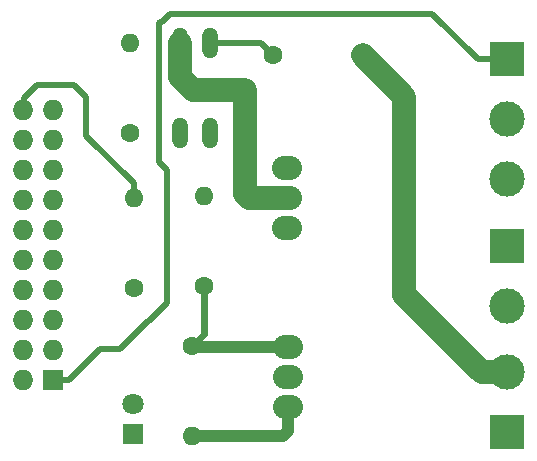
<source format=gbr>
G04 #@! TF.GenerationSoftware,KiCad,Pcbnew,(2017-11-24 revision a01d81e4b)-makepkg*
G04 #@! TF.CreationDate,2018-01-06T21:54:51+07:00*
G04 #@! TF.ProjectId,Motor DC power,4D6F746F7220444320706F7765722E6B,rev?*
G04 #@! TF.SameCoordinates,Original*
G04 #@! TF.FileFunction,Copper,L1,Top,Signal*
G04 #@! TF.FilePolarity,Positive*
%FSLAX46Y46*%
G04 Gerber Fmt 4.6, Leading zero omitted, Abs format (unit mm)*
G04 Created by KiCad (PCBNEW (2017-11-24 revision a01d81e4b)-makepkg) date 01/06/18 21:54:51*
%MOMM*%
%LPD*%
G01*
G04 APERTURE LIST*
%ADD10R,1.727200X1.727200*%
%ADD11O,1.727200X1.727200*%
%ADD12R,1.800000X1.800000*%
%ADD13C,1.800000*%
%ADD14C,1.600000*%
%ADD15O,1.600000X1.600000*%
%ADD16O,2.540000X2.032000*%
%ADD17R,3.000000X3.000000*%
%ADD18C,3.000000*%
%ADD19O,1.320800X2.641600*%
%ADD20C,0.500000*%
%ADD21C,1.000000*%
%ADD22C,0.600000*%
%ADD23C,2.000000*%
G04 APERTURE END LIST*
D10*
X105265000Y-117325000D03*
D11*
X102725000Y-117325000D03*
X105265000Y-114785000D03*
X102725000Y-114785000D03*
X105265000Y-112245000D03*
X102725000Y-112245000D03*
X105265000Y-109705000D03*
X102725000Y-109705000D03*
X105265000Y-107165000D03*
X102725000Y-107165000D03*
X105265000Y-104625000D03*
X102725000Y-104625000D03*
X105265000Y-102085000D03*
X102725000Y-102085000D03*
X105265000Y-99545000D03*
X102725000Y-99545000D03*
X105265000Y-97005000D03*
X102725000Y-97005000D03*
X105265000Y-94465000D03*
X102725000Y-94465000D03*
D12*
X112050000Y-121925000D03*
D13*
X112050000Y-119385000D03*
D14*
X117000000Y-114500000D03*
D15*
X117000000Y-122120000D03*
D16*
X125100000Y-101960000D03*
X125100000Y-104500000D03*
X125100000Y-99420000D03*
D17*
X143700000Y-90190000D03*
D18*
X143700000Y-95270000D03*
X143700000Y-100350000D03*
D17*
X143700000Y-106020000D03*
D18*
X143700000Y-111100000D03*
D17*
X143700000Y-121780000D03*
D18*
X143700000Y-116700000D03*
D16*
X125200000Y-117100000D03*
X125200000Y-119640000D03*
X125200000Y-114560000D03*
D14*
X111750000Y-96450000D03*
D15*
X111750000Y-88830000D03*
D14*
X123900000Y-89875000D03*
D15*
X131520000Y-89875000D03*
D14*
X112100000Y-109570000D03*
D15*
X112100000Y-101950000D03*
D14*
X118025000Y-109425000D03*
D15*
X118025000Y-101805000D03*
D19*
X116005000Y-96460000D03*
X118545000Y-96460000D03*
X118545000Y-88840000D03*
X116005000Y-88840000D03*
D20*
X118545000Y-97120400D02*
X118545000Y-96460000D01*
D21*
X125200000Y-114560000D02*
X117060000Y-114560000D01*
X117060000Y-114560000D02*
X117000000Y-114500000D01*
D22*
X118025000Y-109425000D02*
X118025000Y-113475000D01*
X118025000Y-113475000D02*
X117000000Y-114500000D01*
D20*
X118175000Y-109575000D02*
X118025000Y-109425000D01*
D21*
X125200000Y-119640000D02*
X125200000Y-121656000D01*
X125200000Y-121656000D02*
X124736000Y-122120000D01*
X124736000Y-122120000D02*
X118131370Y-122120000D01*
X118131370Y-122120000D02*
X117000000Y-122120000D01*
D23*
X135000000Y-110121320D02*
X135000000Y-93355000D01*
X135000000Y-93355000D02*
X131520000Y-89875000D01*
X143700000Y-116700000D02*
X141578680Y-116700000D01*
X141578680Y-116700000D02*
X135000000Y-110121320D01*
X125100000Y-101960000D02*
X121830000Y-101960000D01*
X121830000Y-101960000D02*
X121500000Y-101630000D01*
X121500000Y-101630000D02*
X121500000Y-92801684D01*
X121500000Y-92801684D02*
X117122275Y-92801684D01*
X117122275Y-92801684D02*
X116005000Y-91684409D01*
X116005000Y-91684409D02*
X116005000Y-88840000D01*
D20*
X113375001Y-112324999D02*
X114894590Y-110805410D01*
X113350001Y-112324999D02*
X113375001Y-112324999D01*
X110971400Y-114703600D02*
X113350001Y-112324999D01*
X109250000Y-114703600D02*
X110971400Y-114703600D01*
X106628600Y-117325000D02*
X109250000Y-114703600D01*
X105265000Y-117325000D02*
X106628600Y-117325000D01*
X137350000Y-86325000D02*
X141215000Y-90190000D01*
X114894590Y-110805410D02*
X114894590Y-99569590D01*
X114225000Y-98900000D02*
X114225000Y-87200000D01*
X114894590Y-99569590D02*
X114225000Y-98900000D01*
X114225000Y-87200000D02*
X114355810Y-87069190D01*
X114355810Y-87069190D02*
X114455810Y-87069190D01*
X115200000Y-86325000D02*
X137350000Y-86325000D01*
X114455810Y-87069190D02*
X115200000Y-86325000D01*
X141215000Y-90190000D02*
X143700000Y-90190000D01*
X102800000Y-93500000D02*
X102800000Y-94390000D01*
X102800000Y-94390000D02*
X102725000Y-94465000D01*
X103950000Y-92350000D02*
X102800000Y-93500000D01*
X107050000Y-92350000D02*
X103950000Y-92350000D01*
X108100000Y-93400000D02*
X107050000Y-92350000D01*
X108100000Y-96675000D02*
X108100000Y-93400000D01*
X112100000Y-100675000D02*
X108100000Y-96675000D01*
X112100000Y-101950000D02*
X112100000Y-100675000D01*
X118545000Y-88840000D02*
X122865000Y-88840000D01*
X122865000Y-88840000D02*
X123900000Y-89875000D01*
M02*

</source>
